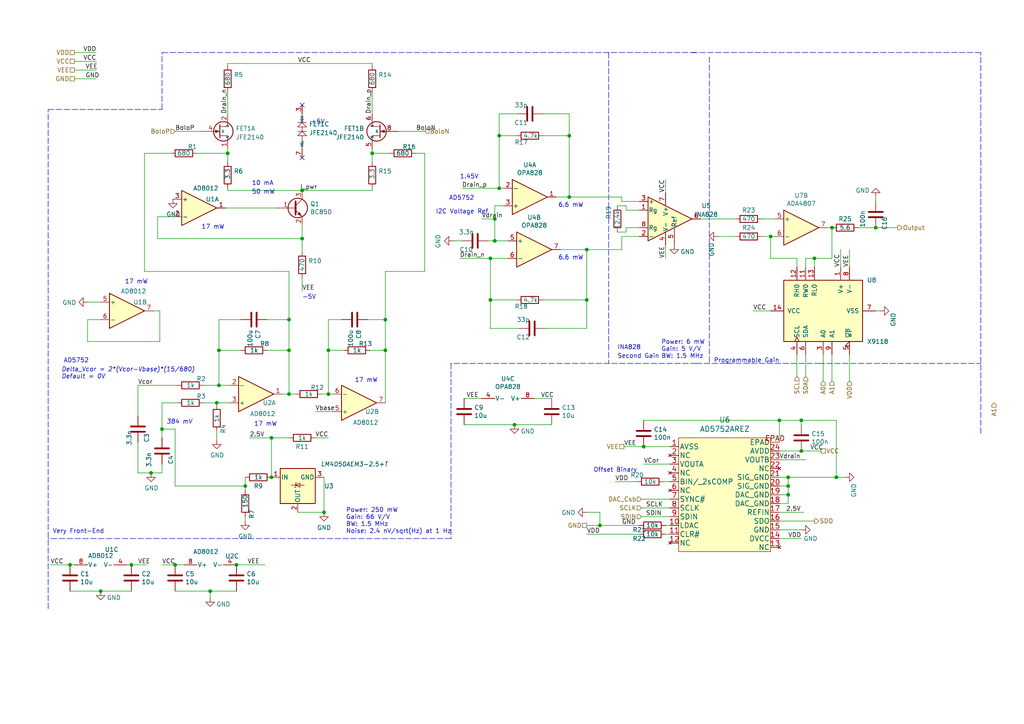
<source format=kicad_sch>
(kicad_sch (version 20211123) (generator eeschema)
  (paper "A4")
  (title_block (title "Amplification") (date "2023-06-02") (rev "1.0") (company "CEA") (comment 1 "Acquisition system for bolometer readout") (comment 2 "Author: David Baudin"))
  (junction (at 242.57 138.43))
  (junction (at 62.865 116.84))
  (junction (at 173.99 152.4))
  (junction (at 143.51 63.5))
  (junction (at 228.6 143.51))
  (junction (at 232.41 121.92))
  (junction (at 170.18 72.39))
  (junction (at 50.8 163.83))
  (junction (at 20.32 163.83))
  (junction (at 144.78 39.37))
  (junction (at 43.815 137.16))
  (junction (at 236.22 74.93))
  (junction (at 29.21 171.45))
  (junction (at 228.6 140.97))
  (junction (at 165.1 39.37))
  (junction (at 142.24 74.93))
  (junction (at 71.12 140.97))
  (junction (at 254 66.04))
  (junction (at 78.74 138.43))
  (junction (at 87.63 55.245))
  (junction (at 78.74 127))
  (junction (at 83.82 114.3))
  (junction (at 223.52 68.58))
  (junction (at 38.1 163.83))
  (junction (at 46.99 124.46))
  (junction (at 107.95 44.45))
  (junction (at 149.225 123.19))
  (junction (at 142.24 86.995))
  (junction (at 143.51 69.85))
  (junction (at 60.96 171.45))
  (junction (at 144.78 54.61))
  (junction (at 87.63 69.215))
  (junction (at 226.06 121.92))
  (junction (at 95.25 114.3))
  (junction (at 165.1 57.15))
  (junction (at 241.3 66.04))
  (junction (at 93.98 148.59))
  (junction (at 66.04 44.45))
  (junction (at 111.76 92.71))
  (junction (at 232.41 130.81))
  (junction (at 83.82 101.6))
  (junction (at 63.5 111.76))
  (junction (at 111.76 101.6))
  (junction (at 95.25 101.6))
  (junction (at 228.6 138.43))
  (junction (at 83.82 92.71))
  (junction (at 63.5 101.6))
  (junction (at 170.18 86.995))
  (junction (at 186.69 129.54))
  (junction (at 68.58 163.83))
  (no_connect (at 87.63 30.48))
  (no_connect (at 87.63 45.72))
  (wire (pts (xy 181.61 66.04) (xy 185.42 66.04)))
  (wire (pts (xy 62.865 117.475) (xy 62.865 116.84)))
  (wire (pts (xy 228.6 146.05) (xy 228.6 143.51)))
  (wire (pts (xy 111.76 101.6) (xy 111.76 116.84)))
  (wire (pts (xy 21.59 20.32) (xy 27.94 20.32)))
  (wire (pts (xy 243.84 72.39) (xy 243.84 77.47)))
  (wire (pts (xy 66.04 55.245) (xy 87.63 55.245)))
  (wire (pts (xy 232.41 121.92) (xy 242.57 121.92)))
  (polyline (pts (xy 46.99 31.75) (xy 46.99 15.24)))
  (wire (pts (xy 228.6 143.51) (xy 228.6 140.97)))
  (wire (pts (xy 226.06 140.97) (xy 228.6 140.97)))
  (wire (pts (xy 146.05 54.61) (xy 144.78 54.61)))
  (wire (pts (xy 179.07 67.31) (xy 181.61 67.31)))
  (wire (pts (xy 29.21 171.45) (xy 38.1 171.45)))
  (wire (pts (xy 38.1 163.83) (xy 42.545 163.83)))
  (wire (pts (xy 51.435 116.84) (xy 46.99 116.84)))
  (wire (pts (xy 62.865 116.84) (xy 59.055 116.84)))
  (wire (pts (xy 180.34 68.58) (xy 185.42 68.58)))
  (wire (pts (xy 142.24 74.93) (xy 147.32 74.93)))
  (wire (pts (xy 107.95 44.45) (xy 107.95 46.99)))
  (wire (pts (xy 173.99 148.59) (xy 173.99 152.4)))
  (wire (pts (xy 95.25 92.71) (xy 95.25 101.6)))
  (wire (pts (xy 40.005 137.16) (xy 43.815 137.16)))
  (wire (pts (xy 146.05 59.69) (xy 143.51 59.69)))
  (wire (pts (xy 69.85 101.6) (xy 63.5 101.6)))
  (wire (pts (xy 157.48 33.02) (xy 165.1 33.02)))
  (wire (pts (xy 68.58 163.83) (xy 76.835 163.83)))
  (wire (pts (xy 107.95 43.18) (xy 107.95 44.45)))
  (wire (pts (xy 143.51 63.5) (xy 143.51 69.85)))
  (wire (pts (xy 95.25 114.3) (xy 95.25 101.6)))
  (wire (pts (xy 36.83 163.83) (xy 38.1 163.83)))
  (wire (pts (xy 254 90.17) (xy 255.27 90.17)))
  (wire (pts (xy 194.31 139.7) (xy 192.405 139.7)))
  (wire (pts (xy 65.405 60.325) (xy 80.01 60.325)))
  (wire (pts (xy 228.6 138.43) (xy 226.06 138.43)))
  (wire (pts (xy 194.31 144.78) (xy 186.055 144.78)))
  (wire (pts (xy 180.34 72.39) (xy 180.34 68.58)))
  (wire (pts (xy 93.98 138.43) (xy 93.98 148.59)))
  (wire (pts (xy 178.435 139.7) (xy 184.785 139.7)))
  (wire (pts (xy 144.78 39.37) (xy 144.78 54.61)))
  (wire (pts (xy 58.42 38.1) (xy 50.8 38.1)))
  (wire (pts (xy 45.72 69.215) (xy 45.72 62.865)))
  (wire (pts (xy 123.19 44.45) (xy 120.65 44.45)))
  (wire (pts (xy 83.82 92.71) (xy 83.82 101.6)))
  (wire (pts (xy 59.055 111.76) (xy 63.5 111.76)))
  (wire (pts (xy 45.72 62.865) (xy 50.165 62.865)))
  (wire (pts (xy 46.355 99.06) (xy 46.355 90.17)))
  (wire (pts (xy 231.14 77.47) (xy 231.14 74.93)))
  (polyline (pts (xy 130.81 156.21) (xy 13.97 156.21)))
  (wire (pts (xy 77.47 101.6) (xy 83.82 101.6)))
  (wire (pts (xy 83.82 78.74) (xy 41.91 78.74)))
  (polyline (pts (xy 201.93 105.41) (xy 130.81 105.41)))
  (wire (pts (xy 241.3 74.93) (xy 241.3 66.04)))
  (wire (pts (xy 165.1 33.02) (xy 165.1 39.37)))
  (wire (pts (xy 220.98 63.5) (xy 224.79 63.5)))
  (wire (pts (xy 226.06 130.81) (xy 232.41 130.81)))
  (wire (pts (xy 186.69 121.92) (xy 226.06 121.92)))
  (wire (pts (xy 194.31 129.54) (xy 186.69 129.54)))
  (wire (pts (xy 85.725 114.3) (xy 83.82 114.3)))
  (wire (pts (xy 46.99 127) (xy 46.99 124.46)))
  (wire (pts (xy 179.07 59.69) (xy 181.61 59.69)))
  (wire (pts (xy 226.06 143.51) (xy 228.6 143.51)))
  (polyline (pts (xy 13.97 176.53) (xy 13.97 31.75)))
  (wire (pts (xy 149.225 123.19) (xy 160.02 123.19)))
  (wire (pts (xy 231.14 102.87) (xy 231.14 109.22)))
  (wire (pts (xy 242.57 138.43) (xy 245.11 138.43)))
  (wire (pts (xy 133.35 74.93) (xy 142.24 74.93)))
  (wire (pts (xy 165.1 57.15) (xy 161.29 57.15)))
  (wire (pts (xy 87.63 80.645) (xy 87.63 84.455)))
  (wire (pts (xy 232.41 153.67) (xy 226.06 153.67)))
  (wire (pts (xy 87.63 73.025) (xy 87.63 69.215)))
  (wire (pts (xy 254 57.15) (xy 254 58.42)))
  (wire (pts (xy 71.12 138.43) (xy 71.12 140.97)))
  (wire (pts (xy 242.57 121.92) (xy 242.57 138.43)))
  (wire (pts (xy 14.605 163.83) (xy 20.32 163.83)))
  (polyline (pts (xy 13.97 31.75) (xy 46.99 31.75)))
  (wire (pts (xy 57.15 44.45) (xy 66.04 44.45)))
  (wire (pts (xy 232.41 130.81) (xy 238.125 130.81)))
  (wire (pts (xy 71.12 149.86) (xy 71.12 151.13)))
  (wire (pts (xy 62.865 116.84) (xy 66.675 116.84)))
  (wire (pts (xy 41.91 78.74) (xy 41.91 44.45)))
  (wire (pts (xy 226.06 148.59) (xy 233.045 148.59)))
  (wire (pts (xy 66.04 19.05) (xy 66.04 18.415)))
  (wire (pts (xy 111.76 92.71) (xy 111.76 101.6)))
  (wire (pts (xy 46.99 163.83) (xy 50.8 163.83)))
  (wire (pts (xy 115.57 38.1) (xy 123.19 38.1)))
  (wire (pts (xy 144.78 39.37) (xy 144.78 33.02)))
  (wire (pts (xy 107.95 44.45) (xy 113.03 44.45)))
  (wire (pts (xy 254 66.04) (xy 260.35 66.04)))
  (wire (pts (xy 134.62 123.19) (xy 149.225 123.19)))
  (wire (pts (xy 185.42 60.96) (xy 181.61 60.96)))
  (wire (pts (xy 83.82 92.71) (xy 83.82 78.74)))
  (wire (pts (xy 220.98 68.58) (xy 223.52 68.58)))
  (polyline (pts (xy 176.53 15.24) (xy 176.53 105.41)))
  (wire (pts (xy 142.24 95.25) (xy 142.24 86.995)))
  (wire (pts (xy 78.74 127) (xy 78.74 138.43)))
  (polyline (pts (xy 237.49 105.41) (xy 284.48 105.41)))
  (wire (pts (xy 20.32 163.83) (xy 21.59 163.83)))
  (wire (pts (xy 50.8 124.46) (xy 50.8 140.97)))
  (wire (pts (xy 241.3 102.87) (xy 241.3 110.49)))
  (wire (pts (xy 240.03 66.04) (xy 241.3 66.04)))
  (wire (pts (xy 83.82 114.3) (xy 81.915 114.3)))
  (wire (pts (xy 232.41 123.19) (xy 232.41 121.92)))
  (wire (pts (xy 181.61 67.31) (xy 181.61 66.04)))
  (wire (pts (xy 83.82 101.6) (xy 83.82 114.3)))
  (wire (pts (xy 41.91 44.45) (xy 49.53 44.45)))
  (wire (pts (xy 203.2 63.5) (xy 213.36 63.5)))
  (polyline (pts (xy 284.48 125.73) (xy 284.48 15.24)))
  (wire (pts (xy 111.76 92.71) (xy 111.76 78.74)))
  (wire (pts (xy 60.96 173.355) (xy 60.96 171.45)))
  (wire (pts (xy 95.25 127) (xy 91.44 127)))
  (wire (pts (xy 131.445 69.85) (xy 133.985 69.85)))
  (wire (pts (xy 144.78 33.02) (xy 149.86 33.02)))
  (wire (pts (xy 143.51 69.85) (xy 147.32 69.85)))
  (wire (pts (xy 208.28 68.58) (xy 213.36 68.58)))
  (wire (pts (xy 46.99 124.46) (xy 46.99 116.84)))
  (wire (pts (xy 170.18 95.25) (xy 170.18 86.995)))
  (wire (pts (xy 83.82 127) (xy 78.74 127)))
  (wire (pts (xy 107.95 26.67) (xy 107.95 33.02)))
  (wire (pts (xy 66.04 44.45) (xy 66.04 46.99)))
  (wire (pts (xy 180.34 58.42) (xy 180.34 57.15)))
  (wire (pts (xy 71.12 140.97) (xy 71.12 142.24)))
  (wire (pts (xy 40.005 120.65) (xy 40.005 111.76)))
  (wire (pts (xy 25.4 87.63) (xy 29.21 87.63)))
  (wire (pts (xy 96.52 119.38) (xy 91.44 119.38)))
  (wire (pts (xy 162.56 72.39) (xy 170.18 72.39)))
  (wire (pts (xy 143.51 63.5) (xy 143.51 59.69)))
  (wire (pts (xy 46.99 124.46) (xy 50.8 124.46)))
  (wire (pts (xy 107.95 55.245) (xy 107.95 54.61)))
  (wire (pts (xy 236.22 74.93) (xy 233.68 74.93)))
  (wire (pts (xy 139.7 63.5) (xy 143.51 63.5)))
  (wire (pts (xy 66.04 18.415) (xy 107.95 18.415)))
  (wire (pts (xy 186.69 134.62) (xy 194.31 134.62)))
  (wire (pts (xy 226.06 133.35) (xy 233.68 133.35)))
  (wire (pts (xy 21.59 22.86) (xy 27.94 22.86)))
  (wire (pts (xy 193.04 52.07) (xy 193.04 55.88)))
  (wire (pts (xy 87.63 55.245) (xy 107.95 55.245)))
  (wire (pts (xy 62.865 125.095) (xy 62.865 127.635)))
  (wire (pts (xy 170.18 148.59) (xy 173.99 148.59)))
  (wire (pts (xy 66.04 43.18) (xy 66.04 44.45)))
  (wire (pts (xy 233.68 74.93) (xy 233.68 77.47)))
  (wire (pts (xy 226.06 151.13) (xy 236.22 151.13)))
  (wire (pts (xy 226.06 121.92) (xy 226.06 128.27)))
  (wire (pts (xy 63.5 111.76) (xy 66.675 111.76)))
  (wire (pts (xy 142.24 86.995) (xy 142.24 74.93)))
  (wire (pts (xy 107.95 18.415) (xy 107.95 19.05)))
  (wire (pts (xy 66.04 26.67) (xy 66.04 33.02)))
  (wire (pts (xy 40.005 111.76) (xy 51.435 111.76)))
  (wire (pts (xy 95.25 101.6) (xy 99.695 101.6)))
  (wire (pts (xy 236.22 74.93) (xy 241.3 74.93)))
  (wire (pts (xy 60.96 171.45) (xy 68.58 171.45)))
  (wire (pts (xy 233.68 102.87) (xy 233.68 109.22)))
  (wire (pts (xy 248.92 66.04) (xy 254 66.04)))
  (wire (pts (xy 165.1 39.37) (xy 165.1 57.15)))
  (wire (pts (xy 154.94 115.57) (xy 160.02 115.57)))
  (wire (pts (xy 63.5 92.71) (xy 69.85 92.71)))
  (wire (pts (xy 111.76 101.6) (xy 107.315 101.6)))
  (wire (pts (xy 158.115 95.25) (xy 170.18 95.25)))
  (wire (pts (xy 218.44 90.17) (xy 223.52 90.17)))
  (wire (pts (xy 170.18 72.39) (xy 170.18 86.995)))
  (wire (pts (xy 144.78 39.37) (xy 149.86 39.37)))
  (wire (pts (xy 141.605 69.85) (xy 143.51 69.85)))
  (wire (pts (xy 25.4 99.06) (xy 46.355 99.06)))
  (wire (pts (xy 46.355 90.17) (xy 44.45 90.17)))
  (wire (pts (xy 96.52 114.3) (xy 95.25 114.3)))
  (wire (pts (xy 43.815 137.16) (xy 46.99 137.16)))
  (wire (pts (xy 170.18 72.39) (xy 180.34 72.39)))
  (wire (pts (xy 226.06 146.05) (xy 228.6 146.05)))
  (wire (pts (xy 20.32 171.45) (xy 29.21 171.45)))
  (polyline (pts (xy 200.66 15.24) (xy 237.49 15.24)))
  (wire (pts (xy 185.42 58.42) (xy 180.34 58.42)))
  (wire (pts (xy 77.47 92.71) (xy 83.82 92.71)))
  (wire (pts (xy 87.63 69.215) (xy 87.63 65.405)))
  (wire (pts (xy 21.59 15.24) (xy 27.94 15.24)))
  (polyline (pts (xy 130.81 105.41) (xy 130.81 156.21)))
  (wire (pts (xy 236.22 77.47) (xy 236.22 74.93)))
  (wire (pts (xy 111.76 78.74) (xy 123.19 78.74)))
  (wire (pts (xy 63.5 101.6) (xy 63.5 92.71)))
  (wire (pts (xy 123.19 78.74) (xy 123.19 44.45)))
  (wire (pts (xy 193.04 154.94) (xy 194.31 154.94)))
  (wire (pts (xy 21.59 17.78) (xy 27.94 17.78)))
  (wire (pts (xy 238.76 102.87) (xy 238.76 110.49)))
  (wire (pts (xy 228.6 138.43) (xy 242.57 138.43)))
  (wire (pts (xy 226.06 156.21) (xy 232.41 156.21)))
  (wire (pts (xy 106.68 92.71) (xy 111.76 92.71)))
  (wire (pts (xy 246.38 72.39) (xy 246.38 77.47)))
  (wire (pts (xy 149.86 86.995) (xy 142.24 86.995)))
  (wire (pts (xy 165.1 57.15) (xy 180.34 57.15)))
  (wire (pts (xy 223.52 68.58) (xy 223.52 74.93)))
  (wire (pts (xy 194.31 149.86) (xy 186.055 149.86)))
  (wire (pts (xy 226.06 121.92) (xy 232.41 121.92)))
  (wire (pts (xy 50.8 163.83) (xy 53.34 163.83)))
  (polyline (pts (xy 46.99 15.24) (xy 201.93 15.24)))
  (wire (pts (xy 170.18 86.995) (xy 157.48 86.995)))
  (wire (pts (xy 173.99 152.4) (xy 185.42 152.4)))
  (polyline (pts (xy 201.93 105.41) (xy 237.49 105.41)))
  (wire (pts (xy 93.98 148.59) (xy 86.36 148.59)))
  (wire (pts (xy 223.52 68.58) (xy 224.79 68.58)))
  (wire (pts (xy 50.8 171.45) (xy 60.96 171.45)))
  (wire (pts (xy 66.04 54.61) (xy 66.04 55.245)))
  (wire (pts (xy 157.48 39.37) (xy 165.1 39.37)))
  (wire (pts (xy 231.14 74.93) (xy 223.52 74.93)))
  (wire (pts (xy 99.06 92.71) (xy 95.25 92.71)))
  (wire (pts (xy 144.78 54.61) (xy 133.985 54.61)))
  (wire (pts (xy 29.21 92.71) (xy 25.4 92.71)))
  (wire (pts (xy 228.6 140.97) (xy 228.6 138.43)))
  (wire (pts (xy 246.38 102.87) (xy 246.38 110.49)))
  (wire (pts (xy 93.345 114.3) (xy 95.25 114.3)))
  (wire (pts (xy 193.04 71.12) (xy 193.04 74.93)))
  (wire (pts (xy 181.61 60.96) (xy 181.61 59.69)))
  (wire (pts (xy 186.69 129.54) (xy 180.975 129.54)))
  (wire (pts (xy 40.005 128.27) (xy 40.005 137.16)))
  (wire (pts (xy 63.5 101.6) (xy 63.5 111.76)))
  (wire (pts (xy 87.63 69.215) (xy 45.72 69.215)))
  (polyline (pts (xy 205.74 16.51) (xy 205.74 105.41)))
  (wire (pts (xy 25.4 92.71) (xy 25.4 99.06)))
  (wire (pts (xy 170.18 152.4) (xy 173.99 152.4)))
  (wire (pts (xy 46.99 137.16) (xy 46.99 134.62)))
  (polyline (pts (xy 284.48 15.24) (xy 237.49 15.24)))
  (wire (pts (xy 170.18 154.94) (xy 185.42 154.94)))
  (wire (pts (xy 150.495 95.25) (xy 142.24 95.25)))
  (wire (pts (xy 194.31 147.32) (xy 186.055 147.32)))
  (wire (pts (xy 50.8 140.97) (xy 71.12 140.97)))
  (wire (pts (xy 139.7 115.57) (xy 134.62 115.57)))
  (wire (pts (xy 193.04 152.4) (xy 194.31 152.4)))
  (wire (pts (xy 78.74 127) (xy 72.39 127)))
  (text "AD5752\n\n" (at 130.175 60.325 0) (effects (font (size 1.27 1.27)) (justify left bottom)))
  (text "Second Gain" (at 179.07 104.14 0) (effects (font (size 1.27 1.27)) (justify left bottom)))
  (text "AD5752" (at 18.415 105.41 0) (effects (font (size 1.27 1.27)) (justify left bottom)))
  (text "Power: 6 mW\nGain: 5 V/V\nBW: 1.5 MHz\n" (at 191.77 104.14 0) (effects (font (size 1.27 1.27)) (justify left bottom)))
  (text "INA828\n" (at 179.07 101.6 0) (effects (font (size 1.27 1.27)) (justify left bottom)))
  (text "-5V\n" (at 87.63 86.995 0) (effects (font (size 1.27 1.27)) (justify left bottom)))
  (text "17 mW" (at 102.87 111.125 0) (effects (font (size 1.27 1.27)) (justify left bottom)))
  (text "50 mW\n" (at 73.025 56.515 0) (effects (font (size 1.27 1.27)) (justify left bottom)))
  (text "+5V" (at 90.17 36.195 0) (effects (font (size 1.27 1.27)) (justify left bottom)))
  (text "17 mW" (at 36.195 82.55 0) (effects (font (size 1.27 1.27)) (justify left bottom)))
  (text "Power: 250 mW\nGain: 66 V/V\nBW: 1.5 MHz\nNoise: 2.4 nV/sqrt(Hz) at 1 Hz\n" (at 100.33 154.94 0) (effects (font (size 1.27 1.27)) (justify left bottom)))
  (text "Delta_Vcor = 2*(Vcor-Vbase)*(15/680)\nDefault = 0V\n\n\n\n" (at 17.78 116.205 0) (effects (font (size 1.27 1.27) italic) (justify left bottom)))
  (text "6.6 mW" (at 161.925 75.565 0) (effects (font (size 1.27 1.27)) (justify left bottom)))
  (text "Programmable Gain" (at 207.01 105.41 0) (effects (font (size 1.27 1.27)) (justify left bottom)))
  (text "6.6 mW\n" (at 161.925 60.325 0) (effects (font (size 1.27 1.27)) (justify left bottom)))
  (text "17 mW" (at 58.42 66.675 0) (effects (font (size 1.27 1.27)) (justify left bottom)))
  (text "1.45V\n" (at 133.35 52.07 0) (effects (font (size 1.27 1.27)) (justify left bottom)))
  (text "Very Front-End" (at 15.24 154.94 0) (effects (font (size 1.27 1.27)) (justify left bottom)))
  (text "I2C Voltage Ref\n" (at 126.365 62.23 0) (effects (font (size 1.27 1.27)) (justify left bottom)))
  (text "Offset Binary" (at 172.085 137.16 0) (effects (font (size 1.27 1.27)) (justify left bottom)))
  (text "10 mA\n" (at 73.025 53.975 0) (effects (font (size 1.27 1.27)) (justify left bottom)))
  (text "384 mV" (at 48.26 123.19 0) (effects (font (size 1.27 1.27) italic) (justify left bottom)))
  (text "17 mW" (at 73.66 123.825 0) (effects (font (size 1.27 1.27)) (justify left bottom)))
  (label "SCLK" (at 187.325 147.32 0))
  (label "VCC" (at 156.845 115.57 0))
  (label "GND" (at 180.34 152.4 0))
  (label "VEE" (at 193.04 74.93 90))
  (label "2.5V" (at 72.39 127 0))
  (label "Vdrain" (at 226.06 133.35 0))
  (label "Drain_n" (at 133.35 74.93 0))
  (label "VCor" (at 186.69 134.62 0))
  (label "Vbase" (at 91.44 119.38 0))
  (label "VEE" (at 180.975 129.54 0))
  (label "Drain_p" (at 107.95 33.02 90))
  (label "VDD" (at 24.13 15.24 0))
  (label "VCC" (at 218.44 90.17 0))
  (label "VCC" (at 234.95 130.81 0))
  (label "VCC" (at 243.84 77.47 90))
  (label "Vdrain" (at 139.7 63.5 0))
  (label "VEE" (at 40.005 163.83 0))
  (label "VEE" (at 24.765 20.32 0))
  (label "Drain_n" (at 66.04 33.02 90))
  (label "VCC" (at 24.13 17.78 0))
  (label "SDIN" (at 187.325 149.86 0))
  (label "VCC" (at 95.25 127 180))
  (label "VCC" (at 14.605 163.83 0))
  (label "VCC" (at 46.99 163.83 0))
  (label "VDD" (at 170.18 154.94 0))
  (label "BoloN" (at 120.65 38.1 0))
  (label "VCC" (at 193.04 55.88 90))
  (label "VDD" (at 178.435 139.7 0))
  (label "Vcor" (at 40.005 111.76 0))
  (label "VDD" (at 232.41 156.21 180))
  (label "2.5V" (at 227.965 148.59 0))
  (label "VEE" (at 87.63 84.455 0))
  (label "GND" (at 24.765 22.86 0))
  (label "Drain_p" (at 133.985 54.61 0))
  (label "VEE" (at 246.38 77.47 90))
  (label "VEE" (at 135.255 115.57 0))
  (label "VCC" (at 86.36 18.415 0))
  (label "BoloP" (at 50.8 38.1 0))
  (label "VEE" (at 71.755 163.83 0))
  (label "I_pwr" (at 86.995 55.245 0))
  (hierarchical_label "A0" (shape input) (at 238.76 110.49 270))
  (hierarchical_label "BoloP" (shape input) (at 50.8 38.1 180))
  (hierarchical_label "VCC" (shape passive) (at 238.125 130.81 0))
  (hierarchical_label "SCLK" (shape input) (at 186.055 147.32 180))
  (hierarchical_label "VEE" (shape passive) (at 21.59 20.32 180))
  (hierarchical_label "VCC" (shape passive) (at 21.59 17.78 180))
  (hierarchical_label "VDD" (shape passive) (at 21.59 15.24 180))
  (hierarchical_label "BoloN" (shape input) (at 123.19 38.1 0))
  (hierarchical_label "VEE" (shape passive) (at 180.975 129.54 180))
  (hierarchical_label "SDIN" (shape input) (at 186.055 149.86 180))
  (hierarchical_label "Output" (shape output) (at 260.35 66.04 0))
  (hierarchical_label "GND" (shape passive) (at 21.59 22.86 180))
  (hierarchical_label "DAC_Csb" (shape input) (at 186.055 144.78 180))
  (hierarchical_label "GND" (shape passive) (at 170.18 152.4 180))
  (hierarchical_label "SDA" (shape input) (at 233.68 109.22 270))
  (hierarchical_label "A1" (shape input) (at 288.29 116.84 270))
  (hierarchical_label "VDD" (shape input) (at 246.38 110.49 270))
  (hierarchical_label "SCL" (shape input) (at 231.14 109.22 270))
  (hierarchical_label "SDO" (shape output) (at 236.22 151.13 0))
  (hierarchical_label "A1" (shape input) (at 241.3 110.49 270))
  (symbol (lib_id "archive:Amplifier_Operational_ADA4807-2ARM") (at 232.41 66.04 0) (unit 2)
    (property "Reference" "U7" (at 232.41 56.7182 0))
    (property "Value" "ADA4807" (at 232.41 59.0296 0))
    (property "Footprint" "Package_SO:MSOP-8_3x3mm_P0.65mm" (effects hide))
    (property "Datasheet" "https://docs.rs-online.com/a9f9/0900766b8143cfd6.pdf" (effects hide))
    (property "Supplier Part Number" "584-ADA4807-2ARMZ-R7" (effects hide))
    (property "Manufacturer Part Number" "ADA4807-2ARMZ-R7" (effects hide))
    (property "Supplier" "Mouser" (effects hide))
  )
  (symbol (lib_id "power:GND") (at 93.98 148.59 0) (mirror y) (unit 1)
    (property "Reference" "#PWR0105" (effects hide))
    (property "Value" "GND" (at 93.98 153.0334 0))
  )
  (symbol (lib_id "0_Composants:JFE2140") (at 109.22 38.1 0) (mirror y) (unit 2)
    (property "Reference" "FET1" (at 105.6387 37.2653 0) (effects (justify left)))
    (property "Value" "JFE2140" (at 105.6387 39.8022 0) (effects (justify left)))
    (property "Footprint" "Package_SO:SOIC-8_3.9x4.9mm_P1.27mm" (effects hide))
    (property "Datasheet" "https://www.ti.com/lit/ds/symlink/jfe2140.pdf?ts=1673849555796&ref_url=https%253A%252F%252Fwww.ti.com%252Fproduct%252FJFE2140" (effects hide))
    (property "Supplier" "Digikey" (effects hide))
    (property "Supplier Part Number" "296-JFE2140DRCT-ND" (effects hide))
    (property "Manufacturer Part Number" "JFE2140DR" (effects hide))
  )
  (symbol (lib_id "Library:power_GND") (at 255.27 90.17 90) (unit 1)
    (property "Reference" "#PWR0116" (effects hide))
    (property "Value" "GND" (at 259.08 92.71 0))
  )
  (symbol (lib_id "Library:Device_C") (at 153.67 33.02 90) (unit 1)
    (property "Reference" "C11" (at 151.13 35.56 90))
    (property "Value" "33p" (at 151.13 30.48 90))
    (property "Footprint" "Capacitor_SMD:C_0805_2012Metric" (effects hide))
    (property "Supplier Part Number" "264-4264" (effects hide))
    (property "Manufacturer Part Number" "C0805C330J5GACTU" (effects hide))
    (property "Supplier" "RS" (effects hide))
  )
  (symbol (lib_id "Library:Amplifier_Operational_AD8620") (at 57.785 60.325 0) (unit 1)
    (property "Reference" "U1" (at 61.595 57.785 0))
    (property "Value" "AD8012" (at 59.69 54.61 0))
    (property "Footprint" "Package_SO:SOIC-8_3.9x4.9mm_P1.27mm" (effects hide))
    (property "Datasheet" "https://4donline.ihs.com/images/VipMasterIC/IC/ANDI/ANDI-S-A0008033005/ANDI-S-A0008033005-1.pdf?hkey=52A5661711E402568146F3353EA87419" (effects hide))
    (property "Supplier Part Number" "4019529" (effects hide))
    (property "Manufacturer Part Number" "AD8012ARZ" (effects hide))
    (property "Supplier" "Farnell" (effects hide))
  )
  (symbol (lib_id "Library:Device_R") (at 53.34 44.45 90) (unit 1)
    (property "Reference" "R1" (at 57.15 42.545 90) (effects (justify left)))
    (property "Value" "680" (at 55.245 44.45 90) (effects (justify left)))
    (property "Footprint" "Resistor_SMD:R_MELF_MMB-0207" (effects hide))
    (property "Datasheet" "https://docs.rs-online.com/9445/0900766b80d81c43.pdf" (effects hide))
    (property "Supplier Part Number" "678-8119" (effects hide))
    (property "Manufacturer Part Number" "MMB02070C6800FB200" (effects hide))
    (property "Supplier" "RS" (effects hide))
  )
  (symbol (lib_id "Library:Device_R") (at 153.67 39.37 270) (unit 1)
    (property "Reference" "R17" (at 149.225 41.275 90) (effects (justify left)))
    (property "Value" "4.7k" (at 151.765 39.37 90) (effects (justify left)))
    (property "Footprint" "Resistor_SMD:R_MELF_MMB-0207" (effects hide))
    (property "Datasheet" "https://docs.rs-online.com/d081/0900766b80d9877b.pdf" (effects hide))
    (property "Supplier Part Number" "169-1707" (effects hide))
    (property "Manufacturer Part Number" "RSPMMMF0207FTDU4701" (effects hide))
    (property "Supplier" "RS" (effects hide))
  )
  (symbol (lib_id "Library:Device_C") (at 20.32 167.64 0) (unit 1)
    (property "Reference" "C1" (at 23.241 166.4716 0) (effects (justify left)))
    (property "Value" "10u" (at 23.241 168.783 0) (effects (justify left)))
    (property "Footprint" "Capacitor_SMD:C_0805_2012Metric" (effects hide))
    (property "Supplier Part Number" "691-1161" (effects hide))
    (property "Supplier" "RS" (effects hide))
    (property "Manufacturer Part Number" "C0805C106K4PACTU" (effects hide))
  )
  (symbol (lib_id "archive:Device_C") (at 186.69 125.73 0) (unit 1)
    (property "Reference" "C14" (at 189.611 124.5616 0) (effects (justify left)))
    (property "Value" "100n" (at 189.611 126.873 0) (effects (justify left)))
    (property "Footprint" "Capacitor_SMD:C_0805_2012Metric" (effects hide))
    (property "Supplier Part Number" "648-0957" (effects hide))
    (property "Supplier" "RS" (effects hide))
    (property "Manufacturer Part Number" "C0805C104K4RACTU" (effects hide))
  )
  (symbol (lib_id "Library:Device_R") (at 66.04 50.8 0) (unit 1)
    (property "Reference" "R6" (at 67.818 49.6316 0) (effects (justify left)))
    (property "Value" "3.3" (at 66.04 52.07 90) (effects (justify left)))
    (property "Footprint" "Resistor_SMD:R_MELF_MMB-0207" (effects hide))
    (property "Datasheet" "https://docs.rs-online.com/9445/0900766b80d81c43.pdf" (effects hide))
    (property "Supplier Part Number" "678-7920" (effects hide))
    (property "Manufacturer Part Number" "678-8030" (effects hide))
    (property "Supplier" "RS" (effects hide))
  )
  (symbol (lib_id "Library:power_GND") (at 25.4 87.63 270) (unit 1)
    (property "Reference" "#PWR0103" (effects hide))
    (property "Value" "GND" (at 22.1488 87.757 90) (effects (justify right)))
  )
  (symbol (lib_id "Library:Amplifier_Operational_AD8620") (at 104.14 116.84 0) (mirror x) (unit 2)
    (property "Reference" "U2" (at 107.95 119.38 0))
    (property "Value" "AD8012" (at 106.045 122.555 0))
    (property "Footprint" "Package_SO:SOIC-8_3.9x4.9mm_P1.27mm" (effects hide))
    (property "Datasheet" "https://4donline.ihs.com/images/VipMasterIC/IC/ANDI/ANDI-S-A0008033005/ANDI-S-A0008033005-1.pdf?hkey=52A5661711E402568146F3353EA87419" (effects hide))
    (property "Supplier Part Number" "4019529" (effects hide))
    (property "Manufacturer Part Number" "AD8012ARZ" (effects hide))
    (property "Supplier" "Farnell" (effects hide))
  )
  (symbol (lib_id "Library:Device_C") (at 160.02 119.38 0) (unit 1)
    (property "Reference" "C13" (at 162.941 118.2116 0) (effects (justify left)))
    (property "Value" "10u" (at 162.941 120.523 0) (effects (justify left)))
    (property "Footprint" "Capacitor_SMD:C_0805_2012Metric" (effects hide))
    (property "Supplier Part Number" "691-1161" (effects hide))
    (property "Supplier" "RS" (effects hide))
    (property "Manufacturer Part Number" "C0805C106K4PACTU" (effects hide))
  )
  (symbol (lib_id "Library:power_GND") (at 29.21 171.45 0) (unit 1)
    (property "Reference" "#PWR0106" (effects hide))
    (property "Value" "GND" (at 33.02 173.355 0))
  )
  (symbol (lib_id "Library:Device_R") (at 116.84 44.45 90) (unit 1)
    (property "Reference" "R16" (at 120.65 42.545 90) (effects (justify left)))
    (property "Value" "680" (at 118.745 44.45 90) (effects (justify left)))
    (property "Footprint" "Resistor_SMD:R_MELF_MMB-0207" (effects hide))
    (property "Datasheet" "https://docs.rs-online.com/9445/0900766b80d81c43.pdf" (effects hide))
    (property "Supplier Part Number" "678-8119" (effects hide))
    (property "Manufacturer Part Number" "MMB02070C6800FB200" (effects hide))
    (property "Supplier" "RS" (effects hide))
  )
  (symbol (lib_id "Library:Device_R") (at 71.12 146.05 0) (unit 1)
    (property "Reference" "R7" (at 73.025 150.495 90) (effects (justify left)))
    (property "Value" "150" (at 71.12 147.32 90) (effects (justify left)))
    (property "Footprint" "Resistor_SMD:R_MELF_MMB-0207" (effects hide))
    (property "Datasheet" "https://docs.rs-online.com/d081/0900766b80d9877b.pdf" (effects hide))
    (property "Supplier Part Number" "143-885" (effects hide))
    (property "Manufacturer Part Number" "WRM0207C-150RFI" (effects hide))
    (property "Supplier" "RS" (effects hide))
  )
  (symbol (lib_id "Library:Amplifier_Operational_AD8620") (at 74.295 114.3 0) (mirror x) (unit 1)
    (property "Reference" "U2" (at 78.105 116.84 0))
    (property "Value" "AD8012" (at 76.2 120.015 0))
    (property "Footprint" "Package_SO:SOIC-8_3.9x4.9mm_P1.27mm" (effects hide))
    (property "Datasheet" "https://4donline.ihs.com/images/VipMasterIC/IC/ANDI/ANDI-S-A0008033005/ANDI-S-A0008033005-1.pdf?hkey=52A5661711E402568146F3353EA87419" (effects hide))
    (property "Supplier Part Number" "4019529" (effects hide))
    (property "Manufacturer Part Number" "AD8012ARZ" (effects hide))
    (property "Supplier" "Farnell" (effects hide))
  )
  (symbol (lib_id "Library:Device_R") (at 153.67 86.995 270) (unit 1)
    (property "Reference" "R18" (at 149.225 88.9 90) (effects (justify left)))
    (property "Value" "4.7k" (at 151.765 86.995 90) (effects (justify left)))
    (property "Footprint" "Resistor_SMD:R_MELF_MMB-0207" (effects hide))
    (property "Datasheet" "https://docs.rs-online.com/d081/0900766b80d9877b.pdf" (effects hide))
    (property "Supplier Part Number" "169-1707" (effects hide))
    (property "Manufacturer Part Number" "RSPMMMF0207FTDU4701" (effects hide))
    (property "Supplier" "RS" (effects hide))
  )
  (symbol (lib_id "Library:Device_C") (at 254 62.23 180) (unit 1)
    (property "Reference" "C16" (at 256.54 64.77 90))
    (property "Value" "100n" (at 250.19 63.5 90))
    (property "Footprint" "Capacitor_SMD:C_0805_2012Metric" (effects hide))
    (property "Supplier Part Number" "264-4264" (effects hide))
    (property "Manufacturer Part Number" "C0805C330J5GACTU" (effects hide))
    (property "Supplier" "RS" (effects hide))
  )
  (symbol (lib_id "0_Composants:JFE2140") (at 87.63 38.1 0) (unit 3)
    (property "Reference" "FET1" (at 89.6112 35.9953 0) (effects (justify left)))
    (property "Value" "JFE2140" (at 89.6112 38.5322 0) (effects (justify left)))
    (property "Footprint" "Package_SO:SOIC-8_3.9x4.9mm_P1.27mm" (effects hide))
    (property "Datasheet" "https://www.ti.com/lit/ds/symlink/jfe2140.pdf?ts=1673849555796&ref_url=https%253A%252F%252Fwww.ti.com%252Fproduct%252FJFE2140" (effects hide))
    (property "Supplier" "Digikey" (effects hide))
    (property "Supplier Part Number" "296-JFE2140DRCT-ND" (effects hide))
    (property "Manufacturer Part Number" "JFE2140DR" (effects hide))
  )
  (symbol (lib_id "archive:Device_R") (at 217.17 63.5 270) (unit 1)
    (property "Reference" "R23" (at 217.17 60.96 90))
    (property "Value" "470" (at 217.17 63.5 90))
    (property "Footprint" "Resistor_SMD:R_0805_2012Metric" (effects hide))
    (property "Supplier Part Number" "721-7722" (effects hide))
    (property "Manufacturer Part Number" "ERJP06F4700V" (effects hide))
    (property "Supplier" "RS" (effects hide))
  )
  (symbol (lib_id "Library:Device_C") (at 134.62 119.38 0) (unit 1)
    (property "Reference" "C9" (at 137.541 118.2116 0) (effects (justify left)))
    (property "Value" "10u" (at 137.541 120.523 0) (effects (justify left)))
    (property "Footprint" "Capacitor_SMD:C_0805_2012Metric" (effects hide))
    (property "Supplier Part Number" "691-1161" (effects hide))
    (property "Supplier" "RS" (effects hide))
    (property "Manufacturer Part Number" "C0805C106K4PACTU" (effects hide))
  )
  (symbol (lib_id "archive:Device_R") (at 74.93 138.43 270) (mirror x) (unit 1)
    (property "Reference" "R9" (at 74.93 140.97 90))
    (property "Value" "1k" (at 74.93 138.43 90))
    (property "Footprint" "Resistor_SMD:R_0805_2012Metric" (effects hide))
    (property "Supplier Part Number" "812-3435" (effects hide))
    (property "Manufacturer Part Number" "CRCW08051K00FKEAHP" (effects hide))
    (property "Supplier" "RS" (effects hide))
  )
  (symbol (lib_id "Library:Amplifier_Operational_AD8620") (at 153.67 57.15 0) (mirror x) (unit 1)
    (property "Reference" "U4" (at 153.67 47.8282 0))
    (property "Value" "OPA828" (at 153.67 50.1396 0))
    (property "Footprint" "Package_SO:SOIC-8_3.9x4.9mm_P1.27mm" (effects hide))
    (property "Datasheet" "https://www.ti.com/lit/ds/symlink/opa2828.pdf?ts=1673965907631&ref_url=https%253A%252F%252Fwww.ti.com%252Fproduct%252FOPA2828" (effects hide))
    (property "Supplier Part Number" "249-4954" (effects hide))
    (property "Manufacturer Part Number" "OPA828ID" (effects hide))
    (property "Supplier" "RS" (effects hide))
  )
  (symbol (lib_id "archive:REF3025") (at 86.36 140.97 90) (mirror x) (unit 1)
    (property "Reference" "U3" (at 95.4065 140.97 90))
    (property "Value" "LM4050AEM3-2.5+T" (at 102.87 134.62 90) (effects (font italic)))
    (property "Footprint" "Package_SO:TSOP-6_1.65x3.05mm_P0.95mm" (effects hide))
    (property "Datasheet" "http://www.ti.com/lit/ds/symlink/ref3033.pdf" (effects hide))
    (property "Supplier Part Number" "2511262" (effects hide))
    (property "Manufacturer Part Number" "LM4050AEM3-2.5+T" (effects hide))
    (property "Supplier" "Farnell" (effects hide))
  )
  (symbol (lib_id "Library:Amplifier_Operational_AD8620") (at 154.94 72.39 0) (unit 2)
    (property "Reference" "U4" (at 154.94 63.0682 0))
    (property "Value" "OPA828" (at 154.94 65.3796 0))
    (property "Footprint" "Package_SO:SOIC-8_3.9x4.9mm_P1.27mm" (effects hide))
    (property "Datasheet" "https://www.ti.com/lit/ds/symlink/opa2828.pdf?ts=1673965907631&ref_url=https%253A%252F%252Fwww.ti.com%252Fproduct%252FOPA2828" (effects hide))
    (property "Supplier Part Number" "249-4954" (effects hide))
    (property "Manufacturer Part Number" "OPA828ID" (effects hide))
    (property "Supplier" "RS" (effects hide))
  )
  (symbol (lib_id "Library:Amplifier_Operational_AD8620") (at 147.32 118.11 270) (unit 3)
    (property "Reference" "U4" (at 147.32 109.855 90))
    (property "Value" "OPA828" (at 147.32 112.1664 90))
    (property "Footprint" "Package_SO:SOIC-8_3.9x4.9mm_P1.27mm" (effects hide))
    (property "Datasheet" "https://www.ti.com/lit/ds/symlink/opa2828.pdf?ts=1673965907631&ref_url=https%253A%252F%252Fwww.ti.com%252Fproduct%252FOPA2828" (effects hide))
    (property "Supplier Part Number" "249-4954" (effects hide))
    (property "Manufacturer Part Number" "OPA828ID" (effects hide))
    (property "Supplier" "RS" (effects hide))
  )
  (symbol (lib_id "Library:Device_R") (at 55.245 111.76 90) (unit 1)
    (property "Reference" "R2" (at 59.69 109.855 90) (effects (justify left)))
    (property "Value" "1k" (at 56.515 111.76 90) (effects (justify left)))
    (property "Footprint" "Resistor_SMD:R_MELF_MMB-0207" (effects hide))
    (property "Datasheet" "https://docs.rs-online.com/d081/0900766b80d9877b.pdf" (effects hide))
    (property "Supplier Part Number" "684-6118" (effects hide))
    (property "Manufacturer Part Number" "CMB02070X1001GB200" (effects hide))
    (property "Supplier" "RS" (effects hide))
  )
  (symbol (lib_id "archive:Device_R") (at 217.17 68.58 270) (unit 1)
    (property "Reference" "R24" (at 217.17 66.04 90))
    (property "Value" "470" (at 217.17 68.58 90))
    (property "Footprint" "Resistor_SMD:R_0805_2012Metric" (effects hide))
    (property "Supplier Part Number" "721-7722" (effects hide))
    (property "Manufacturer Part Number" "ERJP06F4700V" (effects hide))
    (property "Supplier" "RS" (effects hide))
  )
  (symbol (lib_id "archive:Device_R") (at 189.23 154.94 270) (unit 1)
    (property "Reference" "R22" (at 185.42 156.21 90))
    (property "Value" "10k" (at 189.23 154.94 90))
    (property "Footprint" "Resistor_SMD:R_0805_2012Metric" (effects hide))
    (property "Supplier Part Number" "721-7016" (effects hide))
    (property "Supplier" "RS" (effects hide))
    (property "Manufacturer Part Number" "ERJT06J103V" (effects hide))
  )
  (symbol (lib_id "Library:Device_R") (at 62.865 121.285 0) (unit 1)
    (property "Reference" "R4" (at 64.77 125.73 90) (effects (justify left)))
    (property "Value" "1k" (at 62.865 122.555 90) (effects (justify left)))
    (property "Footprint" "Resistor_SMD:R_MELF_MMB-0207" (effects hide))
    (property "Datasheet" "https://docs.rs-online.com/d081/0900766b80d9877b.pdf" (effects hide))
    (property "Supplier Part Number" "684-6118" (effects hide))
    (property "Manufacturer Part Number" "CMB02070X1001GB200" (effects hide))
    (property "Supplier" "RS" (effects hide))
  )
  (symbol (lib_id "Library:power_GND") (at 149.225 123.19 0) (unit 1)
    (property "Reference" "#PWR0110" (effects hide))
    (property "Value" "GND" (at 153.035 125.095 0))
  )
  (symbol (lib_id "Library:Device_C") (at 154.305 95.25 90) (unit 1)
    (property "Reference" "C12" (at 151.765 97.79 90))
    (property "Value" "33p" (at 151.765 92.71 90))
    (property "Footprint" "Capacitor_SMD:C_0805_2012Metric" (effects hide))
    (property "Supplier Part Number" "264-4264" (effects hide))
    (property "Manufacturer Part Number" "C0805C330J5GACTU" (effects hide))
    (property "Supplier" "RS" (effects hide))
  )
  (symbol (lib_id "Library:Device_R") (at 55.245 116.84 90) (unit 1)
    (property "Reference" "R3" (at 59.69 114.935 90) (effects (justify left)))
    (property "Value" "1k" (at 56.515 116.84 90) (effects (justify left)))
    (property "Footprint" "Resistor_SMD:R_MELF_MMB-0207" (effects hide))
    (property "Datasheet" "https://docs.rs-online.com/d081/0900766b80d9877b.pdf" (effects hide))
    (property "Supplier Part Number" "684-6118" (effects hide))
    (property "Manufacturer Part Number" "CMB02070X1001GB200" (effects hide))
    (property "Supplier" "RS" (effects hide))
  )
  (symbol (lib_id "Library:Device_R") (at 103.505 101.6 90) (unit 1)
    (property "Reference" "R13" (at 107.95 99.695 90) (effects (justify left)))
    (property "Value" "1k" (at 104.775 101.6 90) (effects (justify left)))
    (property "Footprint" "Resistor_SMD:R_MELF_MMB-0207" (effects hide))
    (property "Datasheet" "https://docs.rs-online.com/d081/0900766b80d9877b.pdf" (effects hide))
    (property "Supplier Part Number" "684-6118" (effects hide))
    (property "Manufacturer Part Number" "CMB02070X1001GB200" (effects hide))
    (property "Supplier" "RS" (effects hide))
  )
  (symbol (lib_id "Library:Device_C") (at 102.87 92.71 270) (unit 1)
    (property "Reference" "C8" (at 104.0384 95.631 0) (effects (justify left)))
    (property "Value" "100u" (at 101.727 95.631 0) (effects (justify left)))
    (property "Footprint" "Capacitor_SMD:C_1210_3225Metric" (effects hide))
    (property "Supplier Part Number" "766-1179" (effects hide))
    (property "Supplier" "RS" (effects hide))
    (property "Manufacturer Part Number" "CL32A107MPVNNNE" (effects hide))
  )
  (symbol (lib_id "Library:power_GND") (at 60.96 173.355 0) (unit 1)
    (property "Reference" "#PWR0108" (effects hide))
    (property "Value" "GND" (at 64.77 175.26 0))
  )
  (symbol (lib_id "Library:Amplifier_Operational_AD8620") (at 60.96 161.29 90) (unit 3)
    (property "Reference" "U2" (at 67.31 161.29 90))
    (property "Value" "AD8012" (at 59.69 160.02 90))
    (property "Footprint" "Package_SO:SOIC-8_3.9x4.9mm_P1.27mm" (effects hide))
    (property "Datasheet" "https://4donline.ihs.com/images/VipMasterIC/IC/ANDI/ANDI-S-A0008033005/ANDI-S-A0008033005-1.pdf?hkey=52A5661711E402568146F3353EA87419" (effects hide))
    (property "Supplier Part Number" "4019529" (effects hide))
    (property "Manufacturer Part Number" "AD8012ARZ" (effects hide))
    (property "Supplier" "Farnell" (effects hide))
  )
  (symbol (lib_id "Library:power_GND") (at 208.28 68.58 270) (unit 1)
    (property "Reference" "#PWR0112" (effects hide))
    (property "Value" "GND" (at 206.375 72.39 0))
  )
  (symbol (lib_id "archive:power_GND") (at 245.11 138.43 90) (unit 1)
    (property "Reference" "#PWR0113" (effects hide))
    (property "Value" "GND" (at 247.65 142.24 0))
  )
  (symbol (lib_id "Library:Device_R") (at 107.95 22.86 0) (unit 1)
    (property "Reference" "R14" (at 109.728 21.6916 0) (effects (justify left)))
    (property "Value" "680" (at 107.95 24.765 90) (effects (justify left)))
    (property "Footprint" "Resistor_SMD:R_MELF_MMB-0207" (effects hide))
    (property "Datasheet" "https://docs.rs-online.com/9445/0900766b80d81c43.pdf" (effects hide))
    (property "Supplier Part Number" "678-8119" (effects hide))
    (property "Manufacturer Part Number" "MMB02070C6800FB200" (effects hide))
    (property "Supplier" "RS" (effects hide))
  )
  (symbol (lib_id "archive:power_GND") (at 170.18 148.59 270) (unit 1)
    (property "Reference" "#PWR0114" (effects hide))
    (property "Value" "GND" (at 166.9288 148.717 90) (effects (justify right)))
  )
  (symbol (lib_id "Library:Device_R") (at 66.04 22.86 0) (unit 1)
    (property "Reference" "R5" (at 67.818 21.6916 0) (effects (justify left)))
    (property "Value" "680" (at 66.04 24.765 90) (effects (justify left)))
    (property "Footprint" "Resistor_SMD:R_MELF_MMB-0207" (effects hide))
    (property "Datasheet" "https://docs.rs-online.com/9445/0900766b80d81c43.pdf" (effects hide))
    (property "Supplier Part Number" "678-8119" (effects hide))
    (property "Manufacturer Part Number" "MMB02070C6800FB200" (effects hide))
    (property "Supplier" "RS" (effects hide))
  )
  (symbol (lib_id "archive:Device_R") (at 189.23 152.4 270) (unit 1)
    (property "Reference" "R21" (at 185.42 153.67 90))
    (property "Value" "10k" (at 189.23 152.4 90))
    (property "Footprint" "Resistor_SMD:R_0805_2012Metric" (effects hide))
    (property "Supplier Part Number" "721-7016" (effects hide))
    (property "Supplier" "RS" (effects hide))
    (property "Manufacturer Part Number" "ERJT06J103V" (effects hide))
  )
  (symbol (lib_id "Library:power_GND") (at 131.445 69.85 270) (unit 1)
    (property "Reference" "#PWR0109" (effects hide))
    (property "Value" "GND" (at 127.0508 69.977 0))
  )
  (symbol (lib_id "Library:Device_C") (at 50.8 167.64 0) (unit 1)
    (property "Reference" "C5" (at 53.721 166.4716 0) (effects (justify left)))
    (property "Value" "10u" (at 53.721 168.783 0) (effects (justify left)))
    (property "Footprint" "Capacitor_SMD:C_0805_2012Metric" (effects hide))
    (property "Supplier Part Number" "691-1161" (effects hide))
    (property "Supplier" "RS" (effects hide))
    (property "Manufacturer Part Number" "C0805C106K4PACTU" (effects hide))
  )
  (symbol (lib_id "Library:power_GND") (at 43.815 137.16 0) (unit 1)
    (property "Reference" "#PWR0101" (effects hide))
    (property "Value" "GND" (at 43.942 141.5542 0))
  )
  (symbol (lib_id "Library:Device_C") (at 40.005 124.46 180) (unit 1)
    (property "Reference" "C3" (at 42.545 127 90))
    (property "Value" "3.3n" (at 37.465 127 90))
    (property "Footprint" "Capacitor_SMD:C_0805_2012Metric" (effects hide))
    (property "Supplier Part Number" "179-5421" (effects hide))
    (property "Manufacturer Part Number" "CGA4J4C0G2W332J125AA" (effects hide))
    (property "Supplier" "RS" (effects hide))
  )
  (symbol (lib_id "Library:Device_R") (at 107.95 50.8 0) (unit 1)
    (property "Reference" "R15" (at 109.728 49.6316 0) (effects (justify left)))
    (property "Value" "3.3" (at 107.95 52.07 90) (effects (justify left)))
    (property "Footprint" "Resistor_SMD:R_MELF_MMB-0207" (effects hide))
    (property "Datasheet" "https://docs.rs-online.com/9445/0900766b80d81c43.pdf" (effects hide))
    (property "Supplier Part Number" "678-7920" (effects hide))
    (property "Manufacturer Part Number" "678-8030" (effects hide))
    (property "Supplier" "RS" (effects hide))
  )
  (symbol (lib_id "Library:power_GND") (at 254 57.15 180) (unit 1)
    (property "Reference" "#PWR0117" (effects hide))
    (property "Value" "GND" (at 250.19 55.245 0))
  )
  (symbol (lib_id "Library:Device_C") (at 137.795 69.85 90) (unit 1)
    (property "Reference" "C10" (at 135.255 72.39 90))
    (property "Value" "3.3n" (at 135.255 67.31 90))
    (property "Footprint" "Capacitor_SMD:C_0805_2012Metric" (effects hide))
    (property "Supplier Part Number" "179-5421" (effects hide))
    (property "Manufacturer Part Number" "CGA4J4C0G2W332J125AA" (effects hide))
    (property "Supplier" "RS" (effects hide))
  )
  (symbol (lib_id "Library:Device_C") (at 73.66 92.71 270) (unit 1)
    (property "Reference" "C7" (at 74.8284 95.631 0) (effects (justify left)))
    (property "Value" "100u" (at 72.517 95.631 0) (effects (justify left)))
    (property "Footprint" "Capacitor_SMD:C_1210_3225Metric" (effects hide))
    (property "Supplier Part Number" "766-1179" (effects hide))
    (property "Supplier" "RS" (effects hide))
    (property "Manufacturer Part Number" "CL32A107MPVNNNE" (effects hide))
  )
  (symbol (lib_id "Library:Device_R") (at 179.07 63.5 180) (unit 1)
    (property "Reference" "R19" (at 176.53 59.69 90) (effects (justify left)))
    (property "Value" "12.4k" (at 179.07 60.96 90) (effects (justify left)))
    (property "Footprint" "Resistor_SMD:R_MELF_MMB-0207" (effects hide))
  )
  (symbol (lib_id "Library:Device_C") (at 38.1 167.64 0) (unit 1)
    (property "Reference" "C2" (at 41.021 166.4716 0) (effects (justify left)))
    (property "Value" "10u" (at 41.021 168.783 0) (effects (justify left)))
    (property "Footprint" "Capacitor_SMD:C_0805_2012Metric" (effects hide))
    (property "Supplier Part Number" "691-1161" (effects hide))
    (property "Supplier" "RS" (effects hide))
    (property "Manufacturer Part Number" "C0805C106K4PACTU" (effects hide))
  )
  (symbol (lib_id "archive:Device_C") (at 232.41 127 0) (unit 1)
    (property "Reference" "C15" (at 235.331 125.8316 0) (effects (justify left)))
    (property "Value" "100n" (at 235.331 128.143 0) (effects (justify left)))
    (property "Footprint" "Capacitor_SMD:C_0805_2012Metric" (effects hide))
    (property "Supplier Part Number" "648-0957" (effects hide))
    (property "Supplier" "RS" (effects hide))
    (property "Manufacturer Part Number" "C0805C104K4RACTU" (effects hide))
  )
  (symbol (lib_id "archive:Device_R") (at 87.63 127 270) (mirror x) (unit 1)
    (property "Reference" "R11" (at 87.63 129.54 90))
    (property "Value" "1k" (at 87.63 127 90))
    (property "Footprint" "Resistor_SMD:R_0805_2012Metric" (effects hide))
    (property "Supplier Part Number" "812-3435" (effects hide))
    (property "Manufacturer Part Number" "CRCW08051K00FKEAHP" (effects hide))
    (property "Supplier" "RS" (effects hide))
  )
  (symbol (lib_id "Library:power_GND") (at 62.865 127.635 0) (unit 1)
    (property "Reference" "#PWR0102" (effects hide))
    (property "Value" "GND" (at 62.992 132.0292 0))
  )
  (symbol (lib_id "0_Composants:JFE2140") (at 64.77 38.1 0) (unit 1)
    (property "Reference" "FET1" (at 68.3514 37.2653 0) (effects (justify left)))
    (property "Value" "JFE2140" (at 68.3514 39.8022 0) (effects (justify left)))
    (property "Footprint" "Package_SO:SOIC-8_3.9x4.9mm_P1.27mm" (effects hide))
    (property "Datasheet" "https://www.ti.com/lit/ds/symlink/jfe2140.pdf?ts=1673849555796&ref_url=https%253A%252F%252Fwww.ti.com%252Fproduct%252FJFE2140" (effects hide))
    (property "Supplier" "Digikey" (effects hide))
    (property "Supplier Part Number" "296-JFE2140DRCT-ND" (effects hide))
    (property "Manufacturer Part Number" "JFE2140DR" (effects hide))
  )
  (symbol (lib_id "archive:Device_R") (at 188.595 139.7 270) (unit 1)
    (property "Reference" "R20" (at 184.785 137.795 90))
    (property "Value" "10k" (at 188.595 139.7 90))
    (property "Footprint" "Resistor_SMD:R_0805_2012Metric" (effects hide))
    (property "Supplier Part Number" "721-7016" (effects hide))
    (property "Supplier" "RS" (effects hide))
    (property "Manufacturer Part Number" "ERJT06J103V" (effects hide))
  )
  (symbol (lib_id "archive:Device_R") (at 245.11 66.04 270) (unit 1)
    (property "Reference" "R25" (at 245.11 63.5 90))
    (property "Value" "5.6" (at 245.11 66.04 90))
    (property "Footprint" "Resistor_SMD:R_0805_2012Metric" (effects hide))
  )
  (symbol (lib_id "power:GND") (at 71.12 151.13 0) (mirror y) (unit 1)
    (property "Reference" "#PWR0107" (effects hide))
    (property "Value" "GND" (at 71.12 155.5734 0))
  )
  (symbol (lib_id "Library:Device_R") (at 73.66 101.6 90) (unit 1)
    (property "Reference" "R8" (at 78.105 99.695 90) (effects (justify left)))
    (property "Value" "1k" (at 74.93 101.6 90) (effects (justify left)))
    (property "Footprint" "Resistor_SMD:R_MELF_MMB-0207" (effects hide))
    (property "Datasheet" "https://docs.rs-online.com/d081/0900766b80d9877b.pdf" (effects hide))
    (property "Supplier Part Number" "684-6118" (effects hide))
    (property "Manufacturer Part Number" "CMB02070X1001GB200" (effects hide))
    (property "Supplier" "RS" (effects hide))
  )
  (symbol (lib_id "archive:power_GND") (at 232.41 153.67 90) (unit 1)
    (property "Reference" "#PWR0115" (effects hide))
    (property "Value" "GND" (at 233.045 156.21 90) (effects (justify right)))
  )
  (symbol (lib_id "Library:Device_C") (at 68.58 167.64 0) (unit 1)
    (property "Reference" "C6" (at 71.501 166.4716 0) (effects (justify left)))
    (property "Value" "10u" (at 71.501 168.783 0) (effects (justify left)))
    (property "Footprint" "Capacitor_SMD:C_0805_2012Metric" (effects hide))
    (property "Supplier Part Number" "691-1161" (effects hide))
    (property "Supplier" "RS" (effects hide))
    (property "Manufacturer Part Number" "C0805C106K4PACTU" (effects hide))
  )
  (symbol (lib_id "archive:David_Composants_AD5752AREZ") (at 194.31 129.54 0) (unit 1)
    (property "Reference" "U6" (at 210.2104 121.7422 0) (effects (font (size 1.524 1.524))))
    (property "Value" "AD5752AREZ" (at 210.2104 124.4346 0) (effects (font (size 1.524 1.524))))
    (property "Footprint" "baclet_composants_np:AD5752AREZ" (effects hide))
    (property "Datasheet" "https://docs.rs-online.com/fc94/0900766b80ddf850.pdf" (effects hide))
    (property "Supplier Part Number" "697-6934" (effects hide))
    (property "Manufacturer Part Number" "AD5752AREZ" (effects hide))
    (property "Supplier" "RS" (effects hide))
  )
  (symbol (lib_id "Library:Device_R") (at 87.63 76.835 0) (unit 1)
    (property "Reference" "R10" (at 89.408 75.6666 0) (effects (justify left)))
    (property "Value" "470" (at 87.63 78.74 90) (effects (justify left)))
    (property "Footprint" "Resistor_SMD:R_MELF_MMB-0207" (effects hide))
    (property "Datasheet" "https://docs.rs-online.com/d081/0900766b80d9877b.pdf" (effects hide))
    (property "Supplier Part Number" "684-6111" (effects hide))
    (property "Manufacturer Part Number" "CMB02070X4700GB200" (effects hide))
    (property "Supplier" "RS" (effects hide))
  )
  (symbol (lib_id "Library:Amplifier_Operational_AD8620") (at 29.21 161.29 90) (unit 3)
    (property "Reference" "U1" (at 32.385 159.385 90))
    (property "Value" "AD8012" (at 29.21 161.1884 90))
    (property "Footprint" "Package_SO:SOIC-8_3.9x4.9mm_P1.27mm" (effects hide))
    (property "Datasheet" "https://4donline.ihs.com/images/VipMasterIC/IC/ANDI/ANDI-S-A0008033005/ANDI-S-A0008033005-1.pdf?hkey=52A5661711E402568146F3353EA87419" (effects hide))
    (property "Supplier Part Number" "4019529" (effects hide))
    (property "Manufacturer Part Number" "AD8012ARZ" (effects hide))
    (property "Supplier" "Farnell" (effects hide))
  )
  (symbol (lib_id "Library:power_GND") (at 50.165 57.785 0) (unit 1)
    (property "Reference" "#PWR0104" (effects hide))
    (property "Value" "GND" (at 50.292 62.1792 0))
  )
  (symbol (lib_id "Library:power_GND") (at 195.58 71.12 0) (unit 1)
    (property "Reference" "#PWR0111" (effects hide))
    (property "Value" "GND" (at 199.39 73.025 0))
  )
  (symbol (lib_id "Library:Amplifier_Operational_AD8620") (at 36.83 90.17 0) (unit 2)
    (property "Reference" "U1" (at 40.64 87.63 0))
    (property "Value" "AD8012" (at 38.735 84.455 0))
    (property "Footprint" "Package_SO:SOIC-8_3.9x4.9mm_P1.27mm" (effects hide))
    (property "Datasheet" "https://4donline.ihs.com/images/VipMasterIC/IC/ANDI/ANDI-S-A0008033005/ANDI-S-A0008033005-1.pdf?hkey=52A5661711E402568146F3353EA87419" (effects hide))
    (property "Supplier Part Number" "4019529" (effects hide))
    (property "Manufacturer Part Number" "AD8012ARZ" (effects hide))
    (property "Supplier" "Farnell" (effects hide))
  )
  (symbol (lib_id "archive:Potentiometer_Digital_X9118") (at 238.76 90.17 90) (unit 1)
    (property "Reference" "U8" (at 251.46 81.28 90) (effects (justify right)))
    (property "Value" "X9118" (at 251.46 99.06 90) (effects (justify right)))
    (property "Footprint" "Package_SO:TSSOP-14_4.4x5mm_P0.65mm" (effects hide))
    (property "Datasheet" "http://www.intersil.com/content/dam/Intersil/documents/x911/x9118.pdf" (effects hide))
    (property "Supplier Part Number" "517-993" (effects hide))
    (property "Manufacturer Part Number" "X9118TV14IZ " (effects hide))
    (property "Supplier" "RS" (effects hide))
  )
  (symbol (lib_id "Library:Transistor_BJT_BC850") (at 85.09 60.325 0) (unit 1)
    (property "Reference" "Q1" (at 89.9414 59.1566 0) (effects (justify left)))
    (property "Value" "BC850" (at 89.9414 61.468 0) (effects (justify left)))
    (property "Footprint" "Package_TO_SOT_SMD:SOT-23" (effects hide))
    (property "Datasheet" "http://www.infineon.com/dgdl/Infineon-BC847SERIES_BC848SERIES_BC849SERIES_BC850SERIES-DS-v01_01-en.pdf?fileId=db3a304314dca389011541d4630a1657" (effects hide))
    (property "Supplier Part Number" "136-4823" (effects hide))
    (property "Manufacturer Part Number" "BC850B,215" (effects hide))
    (property "Supplier" "RS" (effects hide))
  )
  (symbol (lib_id "Library:Device_C") (at 46.99 130.81 180) (unit 1)
    (property "Reference" "C4" (at 49.53 133.35 90))
    (property "Value" "3.3n" (at 43.18 133.35 90))
    (property "Footprint" "Capacitor_SMD:C_0805_2012Metric" (effects hide))
    (property "Supplier Part Number" "179-5421" (effects hide))
    (property "Manufacturer Part Number" "CGA4J4C0G2W332J125AA" (effects hide))
    (property "Supplier" "RS" (effects hide))
  )
  (symbol (lib_id "Library:Device_R") (at 89.535 114.3 90) (unit 1)
    (property "Reference" "R12" (at 93.98 112.395 90) (effects (justify left)))
    (property "Value" "1k" (at 90.805 114.3 90) (effects (justify left)))
    (property "Footprint" "Resistor_SMD:R_MELF_MMB-0207" (effects hide))
    (property "Datasheet" "https://docs.rs-online.com/d081/0900766b80d9877b.pdf" (effects hide))
    (property "Supplier Part Number" "684-6118" (effects hide))
    (property "Manufacturer Part Number" "CMB02070X1001GB200" (effects hide))
    (property "Supplier" "RS" (effects hide))
  )
  (symbol (lib_id "Amplifier_Instrumentation:INA128") (at 193.04 63.5 0) (unit 1)
    (property "Reference" "U5" (at 204.8276 59.6733 0))
    (property "Value" "INA828" (at 204.8276 62.2102 0))
    (property "Footprint" "Package_SO:SOIC-8_3.9x4.9mm_P1.27mm" (effects hide))
  )
)
</source>
